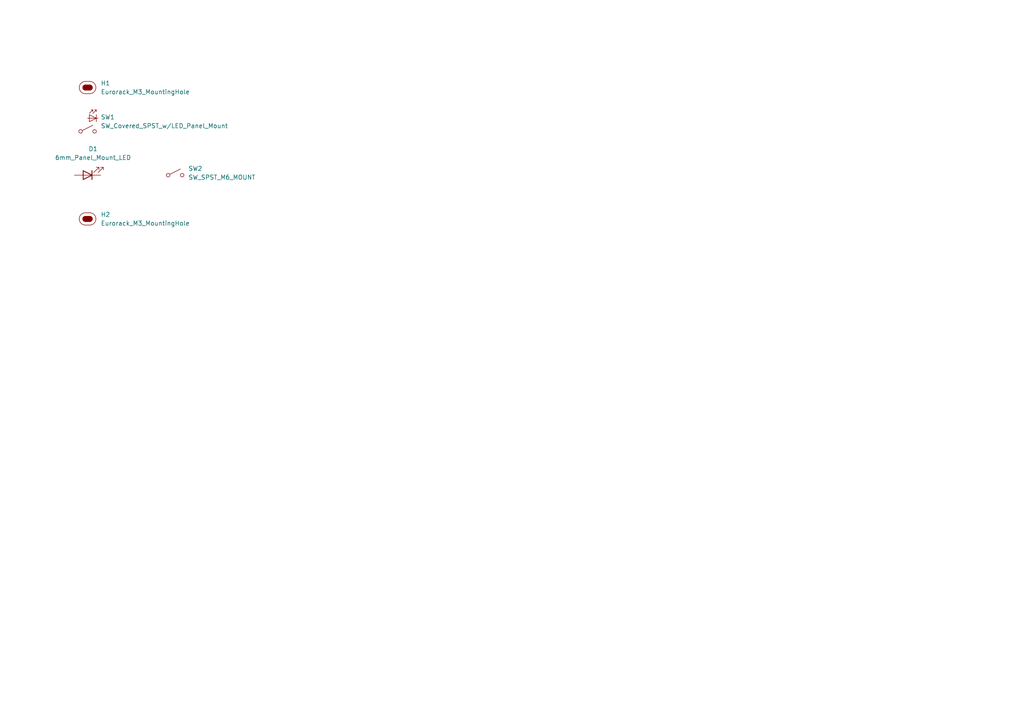
<source format=kicad_sch>
(kicad_sch (version 20250114) (generator "eeschema") (generator_version "9.0")
  (paper "A4")
  (lib_symbols
    (symbol "EXC:6mm_Panel_Mount_LED" (pin_numbers (hide yes)) (pin_names (offset 1.016) (hide yes))
      (property "Reference" "D" (at 0 2.54 0))
      (property "Value" "6mm_Panel_Mount_LED" (at 0 -3.556 0))
      (symbol "6mm_Panel_Mount_LED_0_1"
        (polyline (pts (xy -1.27 1.27) (xy -1.27 -1.27) (xy 1.27 0) (xy -1.27 1.27)) (stroke (width 0.254)))
        (polyline (pts (xy 1.27 1.27) (xy 1.27 -1.27)) (stroke (width 0.254)))
        (polyline (pts (xy 1.27 0) (xy -1.27 0)))
        (polyline (pts (xy 1.778 0.762) (xy 3.302 2.286) (xy 2.54 2.286) (xy 3.302 2.286) (xy 3.302 1.524)))
        (polyline (pts (xy 3.048 0.762) (xy 4.572 2.286) (xy 3.81 2.286) (xy 4.572 2.286) (xy 4.572 1.524)))
      )
      (symbol "6mm_Panel_Mount_LED_1_1"
        (pin passive line (at -3.81 0 0) (length 2.54) (name "A") (number "2"))
        (pin passive line (at 3.81 0 180) (length 2.54) (name "K") (number "1"))
      )
    )
    (symbol "EXC:Eurorack_M3_MountingHole" (pin_names (offset 1.016))
      (property "Reference" "H" (at 0 5.08 0))
      (property "Value" "Eurorack_M3_MountingHole" (at 0 3.175 0))
      (symbol "Eurorack_M3_MountingHole_0_1"
        (polyline (pts (xy -0.635 0.762) (xy 0.635 0.762)))
        (circle (center -0.635 0) (radius 0.762) (fill (type outline)))
        (arc (start -0.635 -0.762) (mid -1.397 0) (end -0.635 0.762))
        (arc (start -0.635 -1.778) (mid -2.413 0) (end -0.635 1.778))
        (polyline (pts (xy -0.635 -0.762) (xy 0.635 -0.762)))
        (polyline (pts (xy -0.635 -1.778) (xy 0.635 -1.778)))
        (circle (center 0 0) (radius 0.762) (fill (type outline)))
        (polyline (pts (xy 0.635 1.778) (xy -0.635 1.778)))
        (arc (start 0.6141 1.778) (mid 2.4131 0) (end 0.6141 -1.778))
        (arc (start 0.6227 0.762) (mid 1.3971 0) (end 0.6227 -0.762))
        (circle (center 0.635 0) (radius 0.762) (fill (type outline)))
      )
    )
    (symbol "EXC:SW_Covered_SPST_w/LED_Panel_Mount" (pin_names (offset 0) (hide yes))
      (property "Reference" "SW" (at 0 7.366 0))
      (property "Value" "SW_Covered_SPST_w/LED_Panel_Mount" (at 0 -2.54 0))
      (symbol "SW_Covered_SPST_w/LED_Panel_Mount_0_0"
        (circle (center -2.032 0) (radius 0.508))
        (polyline (pts (xy -1.524 0.254) (xy 1.524 1.778)))
        (circle (center 2.032 0) (radius 0.508))
      )
      (symbol "SW_Covered_SPST_w/LED_Panel_Mount_0_1"
        (polyline (pts (xy 0 3.81) (xy 2.54 3.81) (xy 3.048 3.81)))
        (polyline (pts (xy 0.508 5.207) (xy 1.524 6.223) (xy 1.016 6.223)))
        (polyline (pts (xy 0.508 2.794) (xy 0.508 4.826) (xy 2.54 3.81) (xy 0.508 2.794)))
        (polyline (pts (xy 1.524 6.223) (xy 1.524 5.715)))
        (polyline (pts (xy 1.524 5.207) (xy 2.54 6.223) (xy 2.032 6.223)))
        (polyline (pts (xy 2.54 6.223) (xy 2.54 5.715)))
        (polyline (pts (xy 2.54 2.794) (xy 2.54 4.826)))
      )
    )
    (symbol "EXC:SW_SPDT-M6_Panel_Mount" (pin_names (offset 0) (hide yes))
      (property "Reference" "SW" (at 0 3.175 0))
      (property "Value" "SW_SPST_M6_MOUNT" (at 0 -2.032 0))
      (symbol "SW_SPDT-M6_Panel_Mount_0_0"
        (circle (center -2.032 0) (radius 0.508))
        (polyline (pts (xy -1.524 0.254) (xy 1.524 1.778)))
        (circle (center 2.032 0) (radius 0.508))
      )
    )
  )
  (symbol (lib_id "EXC:Eurorack_M3_MountingHole") (at 25.4 63.5 0) (unit 1)
    (property "Reference" "H2" (at 29.21 62.2299 0) (effects (justify left)))
    (property "Value" "Eurorack_M3_MountingHole" (at 29.21 64.7699 0) (effects (justify left)))
    (property "Footprint" "EXC:MountingHole_3.2mm_M3" (effects (hide yes)))
    (property "Description" "Mounting Hole without connection" (effects (hide yes)))
  )
  (symbol (lib_id "EXC:SW_Covered_SPST_w/LED_Panel_Mount") (at 25.4 38.1 0) (unit 1)
    (property "Reference" "SW1" (at 29.21 33.9724 0) (effects (justify left)))
    (property "Value" "SW_Covered_SPST_w/LED_Panel_Mount" (at 29.21 36.5124 0) (effects (justify left)))
    (property "Footprint" "EXC:Illuminated_Toggle_Switch_M12" (effects (hide yes)))
    (property "Datasheet" "https://cdn-shop.adafruit.com/product-files/3219/LEDtoggle_switch_diagram.jpg" (effects (hide yes)))
    (property "Description" "Single Pole Single Throw (SPST) switch" (effects (hide yes)))
    (property "Source" "https://www.adafruit.com/product/3219" (effects (hide yes)))
  )
  (symbol (lib_id "EXC:SW_SPDT-M6_Panel_Mount") (at 50.8 50.8 0) (unit 1)
    (property "Reference" "SW2" (at 54.61 48.8949 0) (effects (justify left)))
    (property "Value" "SW_SPST_M6_MOUNT" (at 54.61 51.4349 0) (effects (justify left)))
    (property "Footprint" "EXC:SW_SPDT_M6_Panel_Mount" (effects (hide yes)))
    (property "Datasheet" "https://cdn-shop.adafruit.com/product-files/3221/singe_blue_switch_diagram.jpg" (effects (hide yes)))
    (property "Description" "Single Pole Dual-Throw (SPDT) M6 panel-mount switch" (effects (hide yes)))
    (property "Source" "https://www.adafruit.com/product/3221" (effects (hide yes)))
  )
  (symbol (lib_id "EXC:Eurorack_M3_MountingHole") (at 25.4 25.4 0) (unit 1)
    (property "Reference" "H1" (at 29.21 24.1299 0) (effects (justify left)))
    (property "Value" "Eurorack_M3_MountingHole" (at 29.21 26.6699 0) (effects (justify left)))
    (property "Footprint" "EXC:MountingHole_3.2mm_M3" (effects (hide yes)))
    (property "Description" "Mounting Hole without connection" (effects (hide yes)))
  )
  (symbol (lib_id "EXC:6mm_Panel_Mount_LED") (at 25.4 50.8 0) (unit 1)
    (property "Reference" "D1" (at 26.9875 43.18 0))
    (property "Value" "6mm_Panel_Mount_LED" (at 26.9875 45.72 0))
    (property "Footprint" "EXC:6mm_Panel_Mount_LED" (effects (hide yes)))
    (property "Description" "Light emitting diode" (effects (hide yes)))
  )
)
</source>
